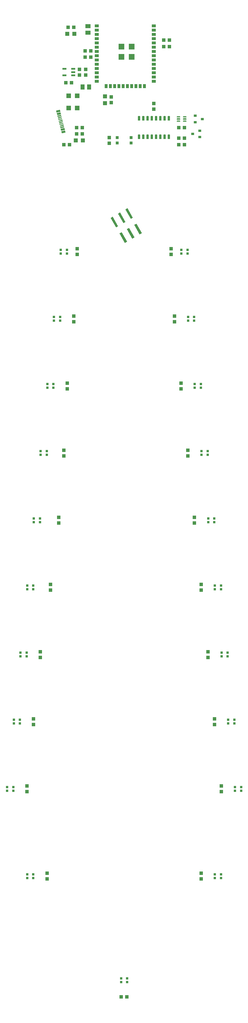
<source format=gbr>
G04 EAGLE Gerber RS-274X export*
G75*
%MOMM*%
%FSLAX34Y34*%
%LPD*%
%INSolderpaste Top*%
%IPPOS*%
%AMOC8*
5,1,8,0,0,1.08239X$1,22.5*%
G01*
%ADD10R,1.000000X1.100000*%
%ADD11R,1.100000X1.000000*%
%ADD12R,1.075000X1.000000*%
%ADD13R,1.240000X1.500000*%
%ADD14R,1.200000X0.550000*%
%ADD15R,0.900000X0.900000*%
%ADD16R,1.200000X1.200000*%
%ADD17R,1.000000X1.075000*%
%ADD18R,0.900000X0.800000*%
%ADD19R,1.500000X1.240000*%
%ADD20R,1.200000X0.900000*%
%ADD21R,0.900000X1.200000*%
%ADD22R,1.778000X1.778000*%
%ADD23C,0.155000*%
%ADD24C,0.195000*%
%ADD25R,0.736600X3.251200*%
%ADD26R,0.700000X0.700000*%
%ADD27R,1.400000X1.400000*%
%ADD28R,0.600000X1.140000*%
%ADD29R,0.300000X1.140000*%


D10*
X270000Y-2091500D03*
X270000Y-2108500D03*
X-270000Y-2091500D03*
X-270000Y-2108500D03*
X250000Y-1891500D03*
X250000Y-1908500D03*
X-250000Y-1891500D03*
X-250000Y-1908500D03*
X230000Y-1691500D03*
X230000Y-1708500D03*
X-220000Y-1691500D03*
X-220000Y-1708500D03*
X210000Y-1491500D03*
X210000Y-1508500D03*
X-170000Y-1091500D03*
X-170000Y-1108500D03*
X-195000Y-1491500D03*
X-195000Y-1508500D03*
X190000Y-1291500D03*
X190000Y-1308500D03*
X-180000Y-1291500D03*
X-180000Y-1308500D03*
X170000Y-1091500D03*
X170000Y-1108500D03*
X150000Y-891500D03*
X150000Y-908500D03*
X-150000Y-891500D03*
X-150000Y-908500D03*
X140000Y-691500D03*
X140000Y-708500D03*
X-140000Y-691500D03*
X-140000Y-708500D03*
X-290000Y-2291500D03*
X-290000Y-2308500D03*
X290000Y-2291500D03*
X290000Y-2308500D03*
X-230000Y-2551500D03*
X-230000Y-2568500D03*
X230000Y-2551500D03*
X230000Y-2568500D03*
D11*
X-8500Y-2920000D03*
X8500Y-2920000D03*
D12*
X-173600Y-196850D03*
X-156600Y-196850D03*
D13*
X-104800Y-209550D03*
X-123800Y-209550D03*
D14*
X-152099Y-174600D03*
X-152099Y-165100D03*
X-152099Y-155600D03*
X-178101Y-155600D03*
X-178101Y-174600D03*
D15*
X-20500Y-376300D03*
X-20500Y-360300D03*
X20500Y-360300D03*
X20500Y-376300D03*
D16*
X-57150Y-237150D03*
X-57150Y-258150D03*
D17*
X-38100Y-239150D03*
X-38100Y-256150D03*
D18*
X204900Y-349250D03*
X225900Y-339750D03*
X225900Y-358750D03*
X233250Y-304800D03*
X212250Y-314300D03*
X212250Y-295300D03*
D17*
X-133350Y-156600D03*
X-133350Y-173600D03*
D19*
X-107950Y-47600D03*
X-107950Y-28600D03*
D20*
X-81380Y-27570D03*
X-81380Y-40270D03*
X-81380Y-52970D03*
X-81380Y-65670D03*
X-81380Y-78370D03*
X-81380Y-91070D03*
X-81380Y-103770D03*
X-81380Y-116470D03*
X-81380Y-129170D03*
X-81380Y-141870D03*
X-81380Y-154570D03*
X-81380Y-167270D03*
X-81380Y-179970D03*
X-81380Y-192670D03*
D21*
X-53380Y-206570D03*
X-40680Y-206570D03*
X-27980Y-206570D03*
X-15280Y-206570D03*
X-2580Y-206570D03*
X10120Y-206570D03*
X22820Y-206570D03*
X35520Y-206570D03*
X48220Y-206570D03*
X60920Y-206570D03*
D20*
X88620Y-192670D03*
X88620Y-179970D03*
X88620Y-167270D03*
X88620Y-154570D03*
X88620Y-141870D03*
X88620Y-129170D03*
X88620Y-116470D03*
X88620Y-103770D03*
X88620Y-91070D03*
X88620Y-78370D03*
X88620Y-65670D03*
X88620Y-52970D03*
X88620Y-40270D03*
X88620Y-27570D03*
D22*
X-7810Y-89000D03*
X22670Y-89000D03*
X22670Y-119480D03*
X-7810Y-119480D03*
D12*
X-99450Y-101600D03*
X-116450Y-101600D03*
X-116450Y-120650D03*
X-99450Y-120650D03*
D17*
X-44450Y-359800D03*
X-44450Y-376800D03*
D12*
X179950Y-330200D03*
X162950Y-330200D03*
X162950Y-361950D03*
X179950Y-361950D03*
X162950Y-381000D03*
X179950Y-381000D03*
D23*
X131025Y-308475D02*
X131025Y-296925D01*
X135675Y-296925D01*
X135675Y-308475D01*
X131025Y-308475D01*
X131025Y-307003D02*
X135675Y-307003D01*
X135675Y-305531D02*
X131025Y-305531D01*
X131025Y-304059D02*
X135675Y-304059D01*
X135675Y-302587D02*
X131025Y-302587D01*
X131025Y-301115D02*
X135675Y-301115D01*
X135675Y-299643D02*
X131025Y-299643D01*
X131025Y-298171D02*
X135675Y-298171D01*
X118325Y-296925D02*
X118325Y-308475D01*
X118325Y-296925D02*
X122975Y-296925D01*
X122975Y-308475D01*
X118325Y-308475D01*
X118325Y-307003D02*
X122975Y-307003D01*
X122975Y-305531D02*
X118325Y-305531D01*
X118325Y-304059D02*
X122975Y-304059D01*
X122975Y-302587D02*
X118325Y-302587D01*
X118325Y-301115D02*
X122975Y-301115D01*
X122975Y-299643D02*
X118325Y-299643D01*
X118325Y-298171D02*
X122975Y-298171D01*
X105625Y-296925D02*
X105625Y-308475D01*
X105625Y-296925D02*
X110275Y-296925D01*
X110275Y-308475D01*
X105625Y-308475D01*
X105625Y-307003D02*
X110275Y-307003D01*
X110275Y-305531D02*
X105625Y-305531D01*
X105625Y-304059D02*
X110275Y-304059D01*
X110275Y-302587D02*
X105625Y-302587D01*
X105625Y-301115D02*
X110275Y-301115D01*
X110275Y-299643D02*
X105625Y-299643D01*
X105625Y-298171D02*
X110275Y-298171D01*
X92925Y-296925D02*
X92925Y-308475D01*
X92925Y-296925D02*
X97575Y-296925D01*
X97575Y-308475D01*
X92925Y-308475D01*
X92925Y-307003D02*
X97575Y-307003D01*
X97575Y-305531D02*
X92925Y-305531D01*
X92925Y-304059D02*
X97575Y-304059D01*
X97575Y-302587D02*
X92925Y-302587D01*
X92925Y-301115D02*
X97575Y-301115D01*
X97575Y-299643D02*
X92925Y-299643D01*
X92925Y-298171D02*
X97575Y-298171D01*
X80225Y-296925D02*
X80225Y-308475D01*
X80225Y-296925D02*
X84875Y-296925D01*
X84875Y-308475D01*
X80225Y-308475D01*
X80225Y-307003D02*
X84875Y-307003D01*
X84875Y-305531D02*
X80225Y-305531D01*
X80225Y-304059D02*
X84875Y-304059D01*
X84875Y-302587D02*
X80225Y-302587D01*
X80225Y-301115D02*
X84875Y-301115D01*
X84875Y-299643D02*
X80225Y-299643D01*
X80225Y-298171D02*
X84875Y-298171D01*
X67525Y-296925D02*
X67525Y-308475D01*
X67525Y-296925D02*
X72175Y-296925D01*
X72175Y-308475D01*
X67525Y-308475D01*
X67525Y-307003D02*
X72175Y-307003D01*
X72175Y-305531D02*
X67525Y-305531D01*
X67525Y-304059D02*
X72175Y-304059D01*
X72175Y-302587D02*
X67525Y-302587D01*
X67525Y-301115D02*
X72175Y-301115D01*
X72175Y-299643D02*
X67525Y-299643D01*
X67525Y-298171D02*
X72175Y-298171D01*
X54825Y-296925D02*
X54825Y-308475D01*
X54825Y-296925D02*
X59475Y-296925D01*
X59475Y-308475D01*
X54825Y-308475D01*
X54825Y-307003D02*
X59475Y-307003D01*
X59475Y-305531D02*
X54825Y-305531D01*
X54825Y-304059D02*
X59475Y-304059D01*
X59475Y-302587D02*
X54825Y-302587D01*
X54825Y-301115D02*
X59475Y-301115D01*
X59475Y-299643D02*
X54825Y-299643D01*
X54825Y-298171D02*
X59475Y-298171D01*
X42125Y-296925D02*
X42125Y-308475D01*
X42125Y-296925D02*
X46775Y-296925D01*
X46775Y-308475D01*
X42125Y-308475D01*
X42125Y-307003D02*
X46775Y-307003D01*
X46775Y-305531D02*
X42125Y-305531D01*
X42125Y-304059D02*
X46775Y-304059D01*
X46775Y-302587D02*
X42125Y-302587D01*
X42125Y-301115D02*
X46775Y-301115D01*
X46775Y-299643D02*
X42125Y-299643D01*
X42125Y-298171D02*
X46775Y-298171D01*
X42125Y-351925D02*
X42125Y-363475D01*
X42125Y-351925D02*
X46775Y-351925D01*
X46775Y-363475D01*
X42125Y-363475D01*
X42125Y-362003D02*
X46775Y-362003D01*
X46775Y-360531D02*
X42125Y-360531D01*
X42125Y-359059D02*
X46775Y-359059D01*
X46775Y-357587D02*
X42125Y-357587D01*
X42125Y-356115D02*
X46775Y-356115D01*
X46775Y-354643D02*
X42125Y-354643D01*
X42125Y-353171D02*
X46775Y-353171D01*
X54825Y-351925D02*
X54825Y-363475D01*
X54825Y-351925D02*
X59475Y-351925D01*
X59475Y-363475D01*
X54825Y-363475D01*
X54825Y-362003D02*
X59475Y-362003D01*
X59475Y-360531D02*
X54825Y-360531D01*
X54825Y-359059D02*
X59475Y-359059D01*
X59475Y-357587D02*
X54825Y-357587D01*
X54825Y-356115D02*
X59475Y-356115D01*
X59475Y-354643D02*
X54825Y-354643D01*
X54825Y-353171D02*
X59475Y-353171D01*
X67525Y-351925D02*
X67525Y-363475D01*
X67525Y-351925D02*
X72175Y-351925D01*
X72175Y-363475D01*
X67525Y-363475D01*
X67525Y-362003D02*
X72175Y-362003D01*
X72175Y-360531D02*
X67525Y-360531D01*
X67525Y-359059D02*
X72175Y-359059D01*
X72175Y-357587D02*
X67525Y-357587D01*
X67525Y-356115D02*
X72175Y-356115D01*
X72175Y-354643D02*
X67525Y-354643D01*
X67525Y-353171D02*
X72175Y-353171D01*
X80225Y-351925D02*
X80225Y-363475D01*
X80225Y-351925D02*
X84875Y-351925D01*
X84875Y-363475D01*
X80225Y-363475D01*
X80225Y-362003D02*
X84875Y-362003D01*
X84875Y-360531D02*
X80225Y-360531D01*
X80225Y-359059D02*
X84875Y-359059D01*
X84875Y-357587D02*
X80225Y-357587D01*
X80225Y-356115D02*
X84875Y-356115D01*
X84875Y-354643D02*
X80225Y-354643D01*
X80225Y-353171D02*
X84875Y-353171D01*
X92925Y-351925D02*
X92925Y-363475D01*
X92925Y-351925D02*
X97575Y-351925D01*
X97575Y-363475D01*
X92925Y-363475D01*
X92925Y-362003D02*
X97575Y-362003D01*
X97575Y-360531D02*
X92925Y-360531D01*
X92925Y-359059D02*
X97575Y-359059D01*
X97575Y-357587D02*
X92925Y-357587D01*
X92925Y-356115D02*
X97575Y-356115D01*
X97575Y-354643D02*
X92925Y-354643D01*
X92925Y-353171D02*
X97575Y-353171D01*
X105625Y-351925D02*
X105625Y-363475D01*
X105625Y-351925D02*
X110275Y-351925D01*
X110275Y-363475D01*
X105625Y-363475D01*
X105625Y-362003D02*
X110275Y-362003D01*
X110275Y-360531D02*
X105625Y-360531D01*
X105625Y-359059D02*
X110275Y-359059D01*
X110275Y-357587D02*
X105625Y-357587D01*
X105625Y-356115D02*
X110275Y-356115D01*
X110275Y-354643D02*
X105625Y-354643D01*
X105625Y-353171D02*
X110275Y-353171D01*
X118325Y-351925D02*
X118325Y-363475D01*
X118325Y-351925D02*
X122975Y-351925D01*
X122975Y-363475D01*
X118325Y-363475D01*
X118325Y-362003D02*
X122975Y-362003D01*
X122975Y-360531D02*
X118325Y-360531D01*
X118325Y-359059D02*
X122975Y-359059D01*
X122975Y-357587D02*
X118325Y-357587D01*
X118325Y-356115D02*
X122975Y-356115D01*
X122975Y-354643D02*
X118325Y-354643D01*
X118325Y-353171D02*
X122975Y-353171D01*
X131025Y-351925D02*
X131025Y-363475D01*
X131025Y-351925D02*
X135675Y-351925D01*
X135675Y-363475D01*
X131025Y-363475D01*
X131025Y-362003D02*
X135675Y-362003D01*
X135675Y-360531D02*
X131025Y-360531D01*
X131025Y-359059D02*
X135675Y-359059D01*
X135675Y-357587D02*
X131025Y-357587D01*
X131025Y-356115D02*
X135675Y-356115D01*
X135675Y-354643D02*
X131025Y-354643D01*
X131025Y-353171D02*
X135675Y-353171D01*
D12*
X118500Y-88900D03*
X135500Y-88900D03*
X118500Y-69850D03*
X135500Y-69850D03*
D24*
X176475Y-310325D02*
X185125Y-310325D01*
X185125Y-312275D01*
X176475Y-312275D01*
X176475Y-310325D01*
X176475Y-310423D02*
X185125Y-310423D01*
X185125Y-303825D02*
X176475Y-303825D01*
X185125Y-303825D02*
X185125Y-305775D01*
X176475Y-305775D01*
X176475Y-303825D01*
X176475Y-303923D02*
X185125Y-303923D01*
X185125Y-297325D02*
X176475Y-297325D01*
X185125Y-297325D02*
X185125Y-299275D01*
X176475Y-299275D01*
X176475Y-297325D01*
X176475Y-297423D02*
X185125Y-297423D01*
X166425Y-297325D02*
X157775Y-297325D01*
X166425Y-297325D02*
X166425Y-299275D01*
X157775Y-299275D01*
X157775Y-297325D01*
X157775Y-297423D02*
X166425Y-297423D01*
X166425Y-303825D02*
X157775Y-303825D01*
X166425Y-303825D02*
X166425Y-305775D01*
X157775Y-305775D01*
X157775Y-303825D01*
X157775Y-303923D02*
X166425Y-303923D01*
X166425Y-310325D02*
X157775Y-310325D01*
X166425Y-310325D02*
X166425Y-312275D01*
X157775Y-312275D01*
X157775Y-310325D01*
X157775Y-310423D02*
X166425Y-310423D01*
D25*
G36*
X-40299Y-599667D02*
X-33920Y-595984D01*
X-17665Y-624139D01*
X-24044Y-627822D01*
X-40299Y-599667D01*
G37*
G36*
X-13629Y-645861D02*
X-7250Y-642178D01*
X9005Y-670333D01*
X2626Y-674016D01*
X-13629Y-645861D01*
G37*
G36*
X-18302Y-586967D02*
X-11923Y-583284D01*
X4332Y-611439D01*
X-2047Y-615122D01*
X-18302Y-586967D01*
G37*
G36*
X8368Y-633161D02*
X14747Y-629478D01*
X31002Y-657633D01*
X24623Y-661316D01*
X8368Y-633161D01*
G37*
G36*
X3695Y-574267D02*
X10074Y-570584D01*
X26329Y-598739D01*
X19950Y-602422D01*
X3695Y-574267D01*
G37*
G36*
X30365Y-620461D02*
X36744Y-616778D01*
X52999Y-644933D01*
X46620Y-648616D01*
X30365Y-620461D01*
G37*
D16*
X-143850Y-368300D03*
X-122850Y-368300D03*
D12*
X-162950Y-381000D03*
X-179950Y-381000D03*
D16*
X-169250Y-50800D03*
X-148250Y-50800D03*
D12*
X-167250Y-31750D03*
X-150250Y-31750D03*
D26*
X-189150Y-694500D03*
X-189150Y-705500D03*
X-170850Y-705500D03*
X-170850Y-694500D03*
X170850Y-694500D03*
X170850Y-705500D03*
X189150Y-705500D03*
X189150Y-694500D03*
X190850Y-894500D03*
X190850Y-905500D03*
X209150Y-905500D03*
X209150Y-894500D03*
X-229150Y-1094500D03*
X-229150Y-1105500D03*
X-210850Y-1105500D03*
X-210850Y-1094500D03*
X210850Y-1094500D03*
X210850Y-1105500D03*
X229150Y-1105500D03*
X229150Y-1094500D03*
X-249150Y-1294500D03*
X-249150Y-1305500D03*
X-230850Y-1305500D03*
X-230850Y-1294500D03*
X230850Y-1294500D03*
X230850Y-1305500D03*
X249150Y-1305500D03*
X249150Y-1294500D03*
X-269150Y-1494500D03*
X-269150Y-1505500D03*
X-250850Y-1505500D03*
X-250850Y-1494500D03*
X250850Y-1494500D03*
X250850Y-1505500D03*
X269150Y-1505500D03*
X269150Y-1494500D03*
X-289150Y-1694500D03*
X-289150Y-1705500D03*
X-270850Y-1705500D03*
X-270850Y-1694500D03*
X270850Y-1694500D03*
X270850Y-1705500D03*
X289150Y-1705500D03*
X289150Y-1694500D03*
X-309150Y-1894500D03*
X-309150Y-1905500D03*
X-290850Y-1905500D03*
X-290850Y-1894500D03*
X290850Y-1894500D03*
X290850Y-1905500D03*
X309150Y-1905500D03*
X309150Y-1894500D03*
X-329150Y-2094500D03*
X-329150Y-2105500D03*
X-310850Y-2105500D03*
X-310850Y-2094500D03*
X310850Y-2094500D03*
X310850Y-2105500D03*
X329150Y-2105500D03*
X329150Y-2094500D03*
X-349150Y-2294500D03*
X-349150Y-2305500D03*
X-330850Y-2305500D03*
X-330850Y-2294500D03*
X-209150Y-894500D03*
X-209150Y-905500D03*
X-190850Y-905500D03*
X-190850Y-894500D03*
X330850Y-2294500D03*
X330850Y-2305500D03*
X349150Y-2305500D03*
X349150Y-2294500D03*
X-289150Y-2554500D03*
X-289150Y-2565500D03*
X-270850Y-2565500D03*
X-270850Y-2554500D03*
X270850Y-2554500D03*
X270850Y-2565500D03*
X289150Y-2565500D03*
X289150Y-2554500D03*
X-9150Y-2864500D03*
X-9150Y-2875500D03*
X9150Y-2875500D03*
X9150Y-2864500D03*
D27*
X-139700Y-235500D03*
X-139700Y-272500D03*
X-165100Y-235500D03*
X-165100Y-272500D03*
D28*
G36*
X-201406Y-285598D02*
X-202858Y-279778D01*
X-191798Y-277020D01*
X-190346Y-282840D01*
X-201406Y-285598D01*
G37*
G36*
X-199471Y-293361D02*
X-200923Y-287541D01*
X-189863Y-284783D01*
X-188411Y-290603D01*
X-199471Y-293361D01*
G37*
D29*
G36*
X-194633Y-312767D02*
X-195359Y-309857D01*
X-184299Y-307099D01*
X-183573Y-310009D01*
X-194633Y-312767D01*
G37*
G36*
X-195842Y-307915D02*
X-196568Y-305005D01*
X-185508Y-302247D01*
X-184782Y-305157D01*
X-195842Y-307915D01*
G37*
G36*
X-197052Y-303064D02*
X-197778Y-300154D01*
X-186718Y-297396D01*
X-185992Y-300306D01*
X-197052Y-303064D01*
G37*
G36*
X-198262Y-298213D02*
X-198988Y-295303D01*
X-187928Y-292545D01*
X-187202Y-295455D01*
X-198262Y-298213D01*
G37*
G36*
X-193423Y-317618D02*
X-194149Y-314708D01*
X-183089Y-311950D01*
X-182363Y-314860D01*
X-193423Y-317618D01*
G37*
G36*
X-192214Y-322470D02*
X-192940Y-319560D01*
X-181880Y-316802D01*
X-181154Y-319712D01*
X-192214Y-322470D01*
G37*
G36*
X-191004Y-327321D02*
X-191730Y-324411D01*
X-180670Y-321653D01*
X-179944Y-324563D01*
X-191004Y-327321D01*
G37*
G36*
X-189794Y-332173D02*
X-190520Y-329263D01*
X-179460Y-326505D01*
X-178734Y-329415D01*
X-189794Y-332173D01*
G37*
D28*
G36*
X-187859Y-339935D02*
X-189311Y-334115D01*
X-178251Y-331357D01*
X-176799Y-337177D01*
X-187859Y-339935D01*
G37*
G36*
X-185923Y-347697D02*
X-187375Y-341877D01*
X-176315Y-339119D01*
X-174863Y-344939D01*
X-185923Y-347697D01*
G37*
D12*
X-141850Y-349250D03*
X-124850Y-349250D03*
X-141850Y-330200D03*
X-124850Y-330200D03*
D17*
X-114300Y-173600D03*
X-114300Y-156600D03*
D10*
X88900Y-275200D03*
X88900Y-258200D03*
M02*

</source>
